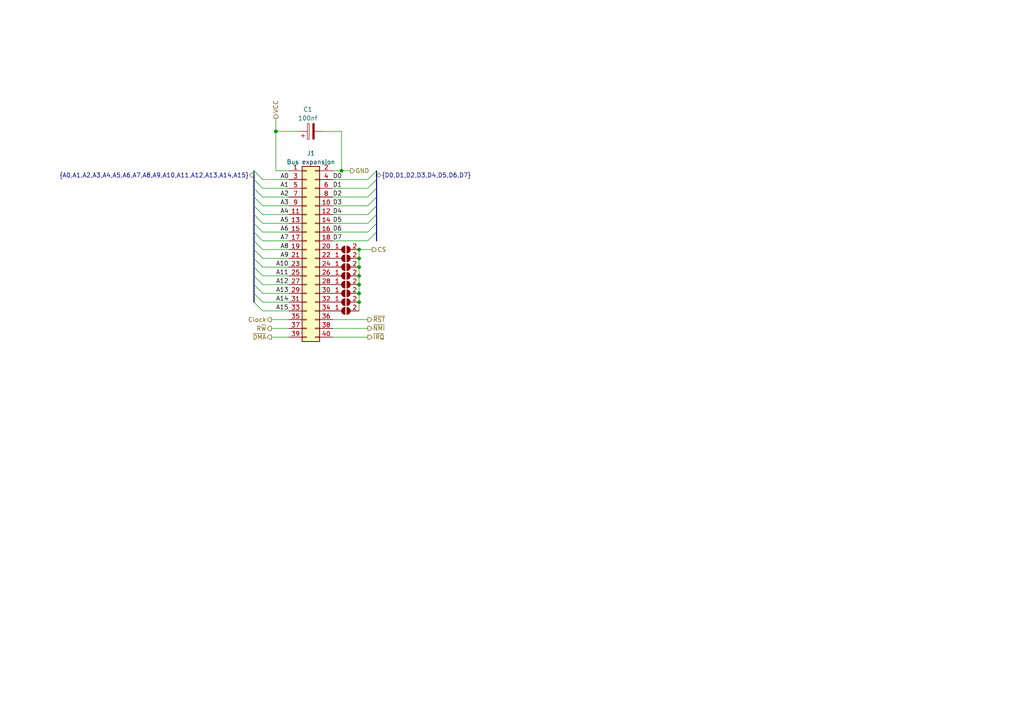
<source format=kicad_sch>
(kicad_sch (version 20230121) (generator eeschema)
  (paper "A4")
  (lib_symbols
    (symbol "Connector_Generic:Conn_02x20_Odd_Even" (pin_names (offset 1.016) hide)
      (property "Reference" "J" (at 1.27 25.4 0))
      (property "Value" "Conn_02x20_Odd_Even" (at 1.27 -27.94 0))
      (symbol "Conn_02x20_Odd_Even_1_1"
        (rectangle (start -1.27 -25.273) (end 0 -25.527) (stroke (width 0.1524)))
        (rectangle (start -1.27 -22.733) (end 0 -22.987) (stroke (width 0.1524)))
        (rectangle (start -1.27 -20.193) (end 0 -20.447) (stroke (width 0.1524)))
        (rectangle (start -1.27 -17.653) (end 0 -17.907) (stroke (width 0.1524)))
        (rectangle (start -1.27 -15.113) (end 0 -15.367) (stroke (width 0.1524)))
        (rectangle (start -1.27 -12.573) (end 0 -12.827) (stroke (width 0.1524)))
        (rectangle (start -1.27 -10.033) (end 0 -10.287) (stroke (width 0.1524)))
        (rectangle (start -1.27 -7.493) (end 0 -7.747) (stroke (width 0.1524)))
        (rectangle (start -1.27 -4.953) (end 0 -5.207) (stroke (width 0.1524)))
        (rectangle (start -1.27 -2.413) (end 0 -2.667) (stroke (width 0.1524)))
        (rectangle (start -1.27 0.127) (end 0 -0.127) (stroke (width 0.1524)))
        (rectangle (start -1.27 2.667) (end 0 2.413) (stroke (width 0.1524)))
        (rectangle (start -1.27 5.207) (end 0 4.953) (stroke (width 0.1524)))
        (rectangle (start -1.27 7.747) (end 0 7.493) (stroke (width 0.1524)))
        (rectangle (start -1.27 10.287) (end 0 10.033) (stroke (width 0.1524)))
        (rectangle (start -1.27 12.827) (end 0 12.573) (stroke (width 0.1524)))
        (rectangle (start -1.27 15.367) (end 0 15.113) (stroke (width 0.1524)))
        (rectangle (start -1.27 17.907) (end 0 17.653) (stroke (width 0.1524)))
        (rectangle (start -1.27 20.447) (end 0 20.193) (stroke (width 0.1524)))
        (rectangle (start -1.27 22.987) (end 0 22.733) (stroke (width 0.1524)))
        (rectangle (start -1.27 24.13) (end 3.81 -26.67) (stroke (width 0.254)) (fill (type background)))
        (rectangle (start 3.81 -25.273) (end 2.54 -25.527) (stroke (width 0.1524)))
        (rectangle (start 3.81 -22.733) (end 2.54 -22.987) (stroke (width 0.1524)))
        (rectangle (start 3.81 -20.193) (end 2.54 -20.447) (stroke (width 0.1524)))
        (rectangle (start 3.81 -17.653) (end 2.54 -17.907) (stroke (width 0.1524)))
        (rectangle (start 3.81 -15.113) (end 2.54 -15.367) (stroke (width 0.1524)))
        (rectangle (start 3.81 -12.573) (end 2.54 -12.827) (stroke (width 0.1524)))
        (rectangle (start 3.81 -10.033) (end 2.54 -10.287) (stroke (width 0.1524)))
        (rectangle (start 3.81 -7.493) (end 2.54 -7.747) (stroke (width 0.1524)))
        (rectangle (start 3.81 -4.953) (end 2.54 -5.207) (stroke (width 0.1524)))
        (rectangle (start 3.81 -2.413) (end 2.54 -2.667) (stroke (width 0.1524)))
        (rectangle (start 3.81 0.127) (end 2.54 -0.127) (stroke (width 0.1524)))
        (rectangle (start 3.81 2.667) (end 2.54 2.413) (stroke (width 0.1524)))
        (rectangle (start 3.81 5.207) (end 2.54 4.953) (stroke (width 0.1524)))
        (rectangle (start 3.81 7.747) (end 2.54 7.493) (stroke (width 0.1524)))
        (rectangle (start 3.81 10.287) (end 2.54 10.033) (stroke (width 0.1524)))
        (rectangle (start 3.81 12.827) (end 2.54 12.573) (stroke (width 0.1524)))
        (rectangle (start 3.81 15.367) (end 2.54 15.113) (stroke (width 0.1524)))
        (rectangle (start 3.81 17.907) (end 2.54 17.653) (stroke (width 0.1524)))
        (rectangle (start 3.81 20.447) (end 2.54 20.193) (stroke (width 0.1524)))
        (rectangle (start 3.81 22.987) (end 2.54 22.733) (stroke (width 0.1524)))
        (pin passive line (at -5.08 22.86 0) (length 3.81) (name "Pin_1") (number "1"))
        (pin passive line (at 7.62 12.7 180) (length 3.81) (name "Pin_10") (number "10"))
        (pin passive line (at -5.08 10.16 0) (length 3.81) (name "Pin_11") (number "11"))
        (pin passive line (at 7.62 10.16 180) (length 3.81) (name "Pin_12") (number "12"))
        (pin passive line (at -5.08 7.62 0) (length 3.81) (name "Pin_13") (number "13"))
        (pin passive line (at 7.62 7.62 180) (length 3.81) (name "Pin_14") (number "14"))
        (pin passive line (at -5.08 5.08 0) (length 3.81) (name "Pin_15") (number "15"))
        (pin passive line (at 7.62 5.08 180) (length 3.81) (name "Pin_16") (number "16"))
        (pin passive line (at -5.08 2.54 0) (length 3.81) (name "Pin_17") (number "17"))
        (pin passive line (at 7.62 2.54 180) (length 3.81) (name "Pin_18") (number "18"))
        (pin passive line (at -5.08 0 0) (length 3.81) (name "Pin_19") (number "19"))
        (pin passive line (at 7.62 22.86 180) (length 3.81) (name "Pin_2") (number "2"))
        (pin passive line (at 7.62 0 180) (length 3.81) (name "Pin_20") (number "20"))
        (pin passive line (at -5.08 -2.54 0) (length 3.81) (name "Pin_21") (number "21"))
        (pin passive line (at 7.62 -2.54 180) (length 3.81) (name "Pin_22") (number "22"))
        (pin passive line (at -5.08 -5.08 0) (length 3.81) (name "Pin_23") (number "23"))
        (pin passive line (at 7.62 -5.08 180) (length 3.81) (name "Pin_24") (number "24"))
        (pin passive line (at -5.08 -7.62 0) (length 3.81) (name "Pin_25") (number "25"))
        (pin passive line (at 7.62 -7.62 180) (length 3.81) (name "Pin_26") (number "26"))
        (pin passive line (at -5.08 -10.16 0) (length 3.81) (name "Pin_27") (number "27"))
        (pin passive line (at 7.62 -10.16 180) (length 3.81) (name "Pin_28") (number "28"))
        (pin passive line (at -5.08 -12.7 0) (length 3.81) (name "Pin_29") (number "29"))
        (pin passive line (at -5.08 20.32 0) (length 3.81) (name "Pin_3") (number "3"))
        (pin passive line (at 7.62 -12.7 180) (length 3.81) (name "Pin_30") (number "30"))
        (pin passive line (at -5.08 -15.24 0) (length 3.81) (name "Pin_31") (number "31"))
        (pin passive line (at 7.62 -15.24 180) (length 3.81) (name "Pin_32") (number "32"))
        (pin passive line (at -5.08 -17.78 0) (length 3.81) (name "Pin_33") (number "33"))
        (pin passive line (at 7.62 -17.78 180) (length 3.81) (name "Pin_34") (number "34"))
        (pin passive line (at -5.08 -20.32 0) (length 3.81) (name "Pin_35") (number "35"))
        (pin passive line (at 7.62 -20.32 180) (length 3.81) (name "Pin_36") (number "36"))
        (pin passive line (at -5.08 -22.86 0) (length 3.81) (name "Pin_37") (number "37"))
        (pin passive line (at 7.62 -22.86 180) (length 3.81) (name "Pin_38") (number "38"))
        (pin passive line (at -5.08 -25.4 0) (length 3.81) (name "Pin_39") (number "39"))
        (pin passive line (at 7.62 20.32 180) (length 3.81) (name "Pin_4") (number "4"))
        (pin passive line (at 7.62 -25.4 180) (length 3.81) (name "Pin_40") (number "40"))
        (pin passive line (at -5.08 17.78 0) (length 3.81) (name "Pin_5") (number "5"))
        (pin passive line (at 7.62 17.78 180) (length 3.81) (name "Pin_6") (number "6"))
        (pin passive line (at -5.08 15.24 0) (length 3.81) (name "Pin_7") (number "7"))
        (pin passive line (at 7.62 15.24 180) (length 3.81) (name "Pin_8") (number "8"))
        (pin passive line (at -5.08 12.7 0) (length 3.81) (name "Pin_9") (number "9"))
      )
    )
    (symbol "Device:C_Polarized" (pin_numbers hide) (pin_names (offset 0.254))
      (property "Reference" "C" (at 0.635 2.54 0))
      (property "Value" "C_Polarized" (at 0.635 -2.54 0))
      (symbol "C_Polarized_0_1"
        (rectangle (start -2.286 0.508) (end 2.286 1.016))
        (polyline (pts (xy -1.778 2.286) (xy -0.762 2.286)))
        (polyline (pts (xy -1.27 2.794) (xy -1.27 1.778)))
        (rectangle (start 2.286 -0.508) (end -2.286 -1.016) (fill (type outline)))
      )
      (symbol "C_Polarized_1_1"
        (pin passive line (at 0 3.81 270) (length 2.794) (name "~") (number "1"))
        (pin passive line (at 0 -3.81 90) (length 2.794) (name "~") (number "2"))
      )
    )
    (symbol "Jumper:SolderJumper_2_Open" (pin_names (offset 0) hide)
      (property "Reference" "JP" (at 0 2.032 0))
      (property "Value" "SolderJumper_2_Open" (at 0 -2.54 0))
      (symbol "SolderJumper_2_Open_0_1"
        (arc (start -0.254 1.016) (mid -1.2656 0) (end -0.254 -1.016))
        (arc (start -0.254 1.016) (mid -1.2656 0) (end -0.254 -1.016) (fill (type outline)))
        (polyline (pts (xy -0.254 1.016) (xy -0.254 -1.016)))
        (polyline (pts (xy 0.254 1.016) (xy 0.254 -1.016)))
        (arc (start 0.254 -1.016) (mid 1.2656 0) (end 0.254 1.016))
        (arc (start 0.254 -1.016) (mid 1.2656 0) (end 0.254 1.016) (fill (type outline)))
      )
      (symbol "SolderJumper_2_Open_1_1"
        (pin passive line (at -3.81 0 0) (length 2.54) (name "A") (number "1"))
        (pin passive line (at 3.81 0 180) (length 2.54) (name "B") (number "2"))
      )
    )
  )
  (junction (at 104.14 77.47))
  (junction (at 80.01 38.1))
  (junction (at 99.06 49.53))
  (junction (at 104.14 87.63))
  (junction (at 104.14 72.39))
  (junction (at 104.14 74.93))
  (junction (at 104.14 80.01))
  (junction (at 104.14 85.09))
  (junction (at 104.14 82.55))
  (bus_entry (at 73.66 67.31) (size 2.54 2.54))
  (bus_entry (at 73.66 52.07) (size 2.54 2.54))
  (bus_entry (at 73.66 72.39) (size 2.54 2.54))
  (bus_entry (at 109.22 64.77) (size -2.54 2.54))
  (bus_entry (at 73.66 64.77) (size 2.54 2.54))
  (bus_entry (at 73.66 54.61) (size 2.54 2.54))
  (bus_entry (at 109.22 62.23) (size -2.54 2.54))
  (bus_entry (at 109.22 52.07) (size -2.54 2.54))
  (bus_entry (at 73.66 69.85) (size 2.54 2.54))
  (bus_entry (at 73.66 49.53) (size 2.54 2.54))
  (bus_entry (at 73.66 82.55) (size 2.54 2.54))
  (bus_entry (at 73.66 74.93) (size 2.54 2.54))
  (bus_entry (at 109.22 54.61) (size -2.54 2.54))
  (bus_entry (at 109.22 59.69) (size -2.54 2.54))
  (bus_entry (at 109.22 49.53) (size -2.54 2.54))
  (bus_entry (at 73.66 77.47) (size 2.54 2.54))
  (bus_entry (at 109.22 57.15) (size -2.54 2.54))
  (bus_entry (at 73.66 85.09) (size 2.54 2.54))
  (bus_entry (at 73.66 57.15) (size 2.54 2.54))
  (bus_entry (at 109.22 67.31) (size -2.54 2.54))
  (bus_entry (at 73.66 59.69) (size 2.54 2.54))
  (bus_entry (at 73.66 80.01) (size 2.54 2.54))
  (bus_entry (at 73.66 62.23) (size 2.54 2.54))
  (bus_entry (at 73.66 87.63) (size 2.54 2.54))
  (wire (pts (xy 76.2 64.77) (xy 83.82 64.77)))
  (wire (pts (xy 76.2 90.17) (xy 83.82 90.17)))
  (bus (pts (xy 73.66 82.55) (xy 73.66 85.09)))
  (wire (pts (xy 106.68 97.79) (xy 96.52 97.79)))
  (wire (pts (xy 76.2 59.69) (xy 83.82 59.69)))
  (wire (pts (xy 104.14 80.01) (xy 104.14 82.55)))
  (wire (pts (xy 76.2 77.47) (xy 83.82 77.47)))
  (wire (pts (xy 96.52 67.31) (xy 106.68 67.31)))
  (bus (pts (xy 73.66 49.53) (xy 73.66 52.07)))
  (wire (pts (xy 78.74 95.25) (xy 83.82 95.25)))
  (wire (pts (xy 76.2 85.09) (xy 83.82 85.09)))
  (wire (pts (xy 76.2 52.07) (xy 83.82 52.07)))
  (wire (pts (xy 99.06 49.53) (xy 99.06 38.1)))
  (wire (pts (xy 76.2 67.31) (xy 83.82 67.31)))
  (bus (pts (xy 73.66 52.07) (xy 73.66 54.61)))
  (wire (pts (xy 80.01 34.29) (xy 80.01 38.1)))
  (wire (pts (xy 104.14 87.63) (xy 104.14 90.17)))
  (wire (pts (xy 76.2 62.23) (xy 83.82 62.23)))
  (bus (pts (xy 73.66 85.09) (xy 73.66 87.63)))
  (wire (pts (xy 78.74 97.79) (xy 83.82 97.79)))
  (wire (pts (xy 106.68 95.25) (xy 96.52 95.25)))
  (bus (pts (xy 109.22 67.31) (xy 109.22 69.85)))
  (bus (pts (xy 73.66 62.23) (xy 73.66 64.77)))
  (wire (pts (xy 78.74 92.71) (xy 83.82 92.71)))
  (wire (pts (xy 76.2 82.55) (xy 83.82 82.55)))
  (bus (pts (xy 73.66 57.15) (xy 73.66 59.69)))
  (wire (pts (xy 106.68 59.69) (xy 96.52 59.69)))
  (wire (pts (xy 76.2 74.93) (xy 83.82 74.93)))
  (wire (pts (xy 99.06 49.53) (xy 101.6 49.53)))
  (wire (pts (xy 96.52 62.23) (xy 106.68 62.23)))
  (bus (pts (xy 73.66 80.01) (xy 73.66 82.55)))
  (bus (pts (xy 73.66 59.69) (xy 73.66 62.23)))
  (bus (pts (xy 109.22 52.07) (xy 109.22 54.61)))
  (bus (pts (xy 109.22 49.53) (xy 109.22 52.07)))
  (wire (pts (xy 76.2 57.15) (xy 83.82 57.15)))
  (wire (pts (xy 104.14 72.39) (xy 107.95 72.39)))
  (bus (pts (xy 73.66 69.85) (xy 73.66 72.39)))
  (bus (pts (xy 73.66 77.47) (xy 73.66 80.01)))
  (wire (pts (xy 96.52 64.77) (xy 106.68 64.77)))
  (bus (pts (xy 73.66 67.31) (xy 73.66 69.85)))
  (wire (pts (xy 106.68 52.07) (xy 96.52 52.07)))
  (wire (pts (xy 104.14 82.55) (xy 104.14 85.09)))
  (wire (pts (xy 76.2 54.61) (xy 83.82 54.61)))
  (bus (pts (xy 109.22 54.61) (xy 109.22 57.15)))
  (wire (pts (xy 104.14 85.09) (xy 104.14 87.63)))
  (bus (pts (xy 109.22 57.15) (xy 109.22 59.69)))
  (wire (pts (xy 96.52 57.15) (xy 106.68 57.15)))
  (bus (pts (xy 109.22 59.69) (xy 109.22 62.23)))
  (wire (pts (xy 76.2 72.39) (xy 83.82 72.39)))
  (bus (pts (xy 73.66 74.93) (xy 73.66 77.47)))
  (bus (pts (xy 73.66 64.77) (xy 73.66 67.31)))
  (wire (pts (xy 80.01 38.1) (xy 86.36 38.1)))
  (wire (pts (xy 76.2 80.01) (xy 83.82 80.01)))
  (wire (pts (xy 104.14 77.47) (xy 104.14 80.01)))
  (wire (pts (xy 83.82 49.53) (xy 80.01 49.53)))
  (wire (pts (xy 73.66 49.53) (xy 73.66 50.8)))
  (wire (pts (xy 106.68 69.85) (xy 96.52 69.85)))
  (bus (pts (xy 109.22 62.23) (xy 109.22 64.77)))
  (bus (pts (xy 109.22 64.77) (xy 109.22 67.31)))
  (wire (pts (xy 96.52 49.53) (xy 99.06 49.53)))
  (wire (pts (xy 104.14 74.93) (xy 104.14 77.47)))
  (wire (pts (xy 106.68 92.71) (xy 96.52 92.71)))
  (wire (pts (xy 96.52 54.61) (xy 106.68 54.61)))
  (wire (pts (xy 104.14 72.39) (xy 104.14 74.93)))
  (wire (pts (xy 99.06 38.1) (xy 93.98 38.1)))
  (wire (pts (xy 76.2 69.85) (xy 83.82 69.85)))
  (bus (pts (xy 73.66 54.61) (xy 73.66 57.15)))
  (wire (pts (xy 76.2 87.63) (xy 83.82 87.63)))
  (bus (pts (xy 73.66 72.39) (xy 73.66 74.93)))
  (wire (pts (xy 80.01 49.53) (xy 80.01 38.1)))
  (label "A5" (at 81.28 64.77 0))
  (label "A4" (at 81.28 62.23 0))
  (label "A3" (at 81.28 59.69 0))
  (label "D4" (at 96.52 62.23 0))
  (label "D6" (at 96.52 67.31 0))
  (label "A1" (at 81.28 54.61 0))
  (label "A12" (at 80.01 82.55 0))
  (label "D5" (at 96.52 64.77 0))
  (label "A13" (at 80.01 85.09 0))
  (label "D3" (at 96.52 59.69 0))
  (label "A8" (at 81.28 72.39 0))
  (label "A11" (at 80.01 80.01 0))
  (label "D0" (at 96.52 52.07 0))
  (label "A14" (at 80.01 87.63 0))
  (label "D7" (at 96.52 69.85 0))
  (label "A9" (at 81.28 74.93 0))
  (label "A10" (at 80.01 77.47 0))
  (label "A6" (at 81.28 67.31 0))
  (label "D1" (at 96.52 54.61 0))
  (label "A2" (at 81.28 57.15 0))
  (label "A15" (at 80.01 90.17 0))
  (label "A0" (at 81.28 52.07 0))
  (label "D2" (at 96.52 57.15 0))
  (label "A7" (at 81.28 69.85 0))
  (hierarchical_label "{A0,A1,A2,A3,A4,A5,A6,A7,A8,A9,A10,A11,A12,A13,A14,A15}" (shape output) (at 73.66 50.8 180))
  (hierarchical_label "CS" (shape output) (at 107.95 72.39 0))
  (hierarchical_label "GND" (shape output) (at 101.6 49.53 0))
  (hierarchical_label "~{NMI}" (shape output) (at 106.68 95.25 0))
  (hierarchical_label "VCC" (shape output) (at 80.01 34.29 90))
  (hierarchical_label "~{IRQ}" (shape output) (at 106.68 97.79 0))
  (hierarchical_label "~{DMA}" (shape output) (at 78.74 97.79 180))
  (hierarchical_label "~{RST}" (shape output) (at 106.68 92.71 0))
  (hierarchical_label "{D0,D1,D2,D3,D4,D5,D6,D7}" (shape tri_state) (at 109.22 50.8 0))
  (hierarchical_label "R~{W}" (shape output) (at 78.74 95.25 180))
  (hierarchical_label "Clock" (shape output) (at 78.74 92.71 180))
  (symbol (lib_id "Connector_Generic:Conn_02x20_Odd_Even") (at 88.9 72.39 0) (unit 1)
    (property "Reference" "J1" (at 90.17 44.45 0))
    (property "Value" "Bus expansion" (at 90.17 46.99 0))
    (property "Footprint" "Connector_PinHeader_2.54mm:PinHeader_2x20_P2.54mm_Vertical" (effects hide))
  )
  (symbol (lib_id "Jumper:SolderJumper_2_Open") (at 100.33 77.47 0) (unit 1)
    (property "Reference" "JP3" (effects hide))
    (property "Value" "SolderJumper_2_Open" (effects hide))
    (property "Footprint" "Jumper:SolderJumper-2_P1.3mm_Open_RoundedPad1.0x1.5mm" (effects hide))
  )
  (symbol (lib_id "Jumper:SolderJumper_2_Open") (at 100.33 82.55 0) (unit 1)
    (property "Reference" "JP5" (effects hide))
    (property "Value" "SolderJumper_2_Open" (effects hide))
    (property "Footprint" "Jumper:SolderJumper-2_P1.3mm_Open_RoundedPad1.0x1.5mm" (effects hide))
  )
  (symbol (lib_id "Jumper:SolderJumper_2_Open") (at 100.33 87.63 0) (unit 1)
    (property "Reference" "JP7" (effects hide))
    (property "Value" "SolderJumper_2_Open" (effects hide))
    (property "Footprint" "Jumper:SolderJumper-2_P1.3mm_Open_RoundedPad1.0x1.5mm" (effects hide))
  )
  (symbol (lib_id "Jumper:SolderJumper_2_Open") (at 100.33 80.01 0) (unit 1)
    (property "Reference" "JP4" (effects hide))
    (property "Value" "SolderJumper_2_Open" (effects hide))
    (property "Footprint" "Jumper:SolderJumper-2_P1.3mm_Open_RoundedPad1.0x1.5mm" (effects hide))
  )
  (symbol (lib_id "Jumper:SolderJumper_2_Open") (at 100.33 74.93 0) (unit 1)
    (property "Reference" "JP2" (effects hide))
    (property "Value" "SolderJumper_2_Open" (effects hide))
    (property "Footprint" "Jumper:SolderJumper-2_P1.3mm_Open_RoundedPad1.0x1.5mm" (effects hide))
  )
  (symbol (lib_id "Jumper:SolderJumper_2_Open") (at 100.33 85.09 0) (unit 1)
    (property "Reference" "JP6" (effects hide))
    (property "Value" "SolderJumper_2_Open" (effects hide))
    (property "Footprint" "Jumper:SolderJumper-2_P1.3mm_Open_RoundedPad1.0x1.5mm" (effects hide))
  )
  (symbol (lib_id "Jumper:SolderJumper_2_Open") (at 100.33 90.17 0) (unit 1)
    (property "Reference" "JP8" (effects hide))
    (property "Value" "SolderJumper_2_Open" (effects hide))
    (property "Footprint" "Jumper:SolderJumper-2_P1.3mm_Open_RoundedPad1.0x1.5mm" (effects hide))
  )
  (symbol (lib_id "Device:C_Polarized") (at 90.17 38.1 90) (unit 1)
    (property "Reference" "C1" (at 89.281 31.75 90))
    (property "Value" "100nf" (at 89.281 34.29 90))
    (property "Footprint" "Capacitor_THT:C_Radial_D5.0mm_H7.0mm_P2.00mm" (effects hide))
  )
  (symbol (lib_id "Jumper:SolderJumper_2_Open") (at 100.33 72.39 0) (unit 1)
    (property "Reference" "JP1" (effects hide))
    (property "Value" "SolderJumper_2_Open" (effects hide))
    (property "Footprint" "Jumper:SolderJumper-2_P1.3mm_Open_RoundedPad1.0x1.5mm" (effects hide))
  )
)
</source>
